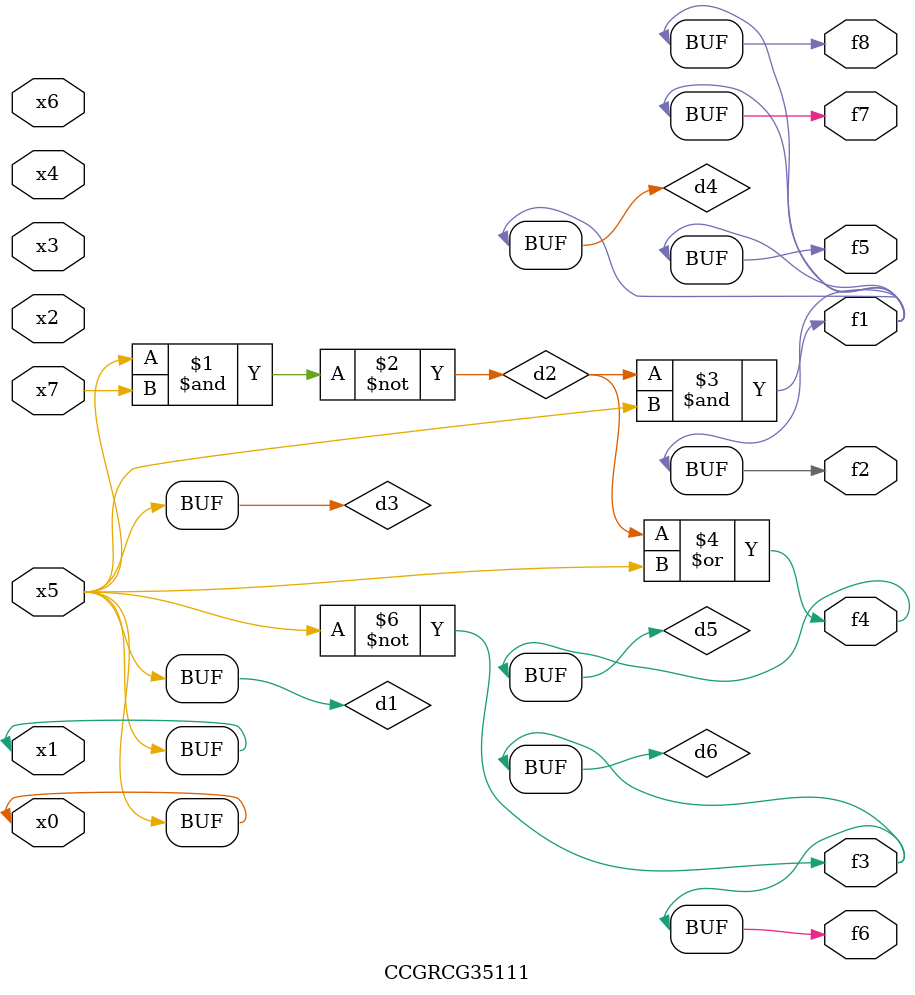
<source format=v>
module CCGRCG35111(
	input x0, x1, x2, x3, x4, x5, x6, x7,
	output f1, f2, f3, f4, f5, f6, f7, f8
);

	wire d1, d2, d3, d4, d5, d6;

	buf (d1, x0, x5);
	nand (d2, x5, x7);
	buf (d3, x0, x1);
	and (d4, d2, d3);
	or (d5, d2, d3);
	nor (d6, d1, d3);
	assign f1 = d4;
	assign f2 = d4;
	assign f3 = d6;
	assign f4 = d5;
	assign f5 = d4;
	assign f6 = d6;
	assign f7 = d4;
	assign f8 = d4;
endmodule

</source>
